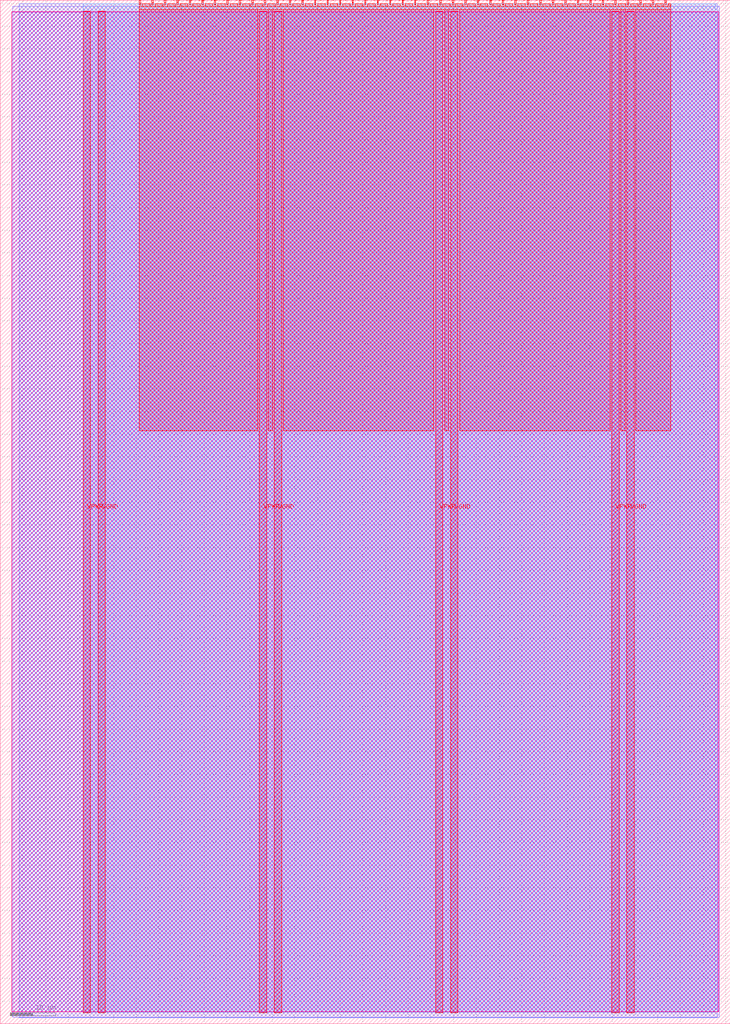
<source format=lef>
VERSION 5.7 ;
  NOWIREEXTENSIONATPIN ON ;
  DIVIDERCHAR "/" ;
  BUSBITCHARS "[]" ;
MACRO tt_um_delaychain
  CLASS BLOCK ;
  FOREIGN tt_um_delaychain ;
  ORIGIN 0.000 0.000 ;
  SIZE 161.000 BY 225.760 ;
  PIN VGND
    DIRECTION INOUT ;
    USE GROUND ;
    PORT
      LAYER met4 ;
        RECT 21.580 2.480 23.180 223.280 ;
    END
    PORT
      LAYER met4 ;
        RECT 60.450 2.480 62.050 223.280 ;
    END
    PORT
      LAYER met4 ;
        RECT 99.320 2.480 100.920 223.280 ;
    END
    PORT
      LAYER met4 ;
        RECT 138.190 2.480 139.790 223.280 ;
    END
  END VGND
  PIN VPWR
    DIRECTION INOUT ;
    USE POWER ;
    PORT
      LAYER met4 ;
        RECT 18.280 2.480 19.880 223.280 ;
    END
    PORT
      LAYER met4 ;
        RECT 57.150 2.480 58.750 223.280 ;
    END
    PORT
      LAYER met4 ;
        RECT 96.020 2.480 97.620 223.280 ;
    END
    PORT
      LAYER met4 ;
        RECT 134.890 2.480 136.490 223.280 ;
    END
  END VPWR
  PIN clk
    DIRECTION INPUT ;
    USE SIGNAL ;
    ANTENNAGATEAREA 0.852000 ;
    PORT
      LAYER met4 ;
        RECT 143.830 224.760 144.130 225.760 ;
    END
  END clk
  PIN ena
    DIRECTION INPUT ;
    USE SIGNAL ;
    PORT
      LAYER met4 ;
        RECT 146.590 224.760 146.890 225.760 ;
    END
  END ena
  PIN rst_n
    DIRECTION INPUT ;
    USE SIGNAL ;
    ANTENNAGATEAREA 0.196500 ;
    PORT
      LAYER met4 ;
        RECT 141.070 224.760 141.370 225.760 ;
    END
  END rst_n
  PIN ui_in[0]
    DIRECTION INPUT ;
    USE SIGNAL ;
    ANTENNAGATEAREA 0.631200 ;
    ANTENNADIFFAREA 0.434700 ;
    PORT
      LAYER met4 ;
        RECT 138.310 224.760 138.610 225.760 ;
    END
  END ui_in[0]
  PIN ui_in[1]
    DIRECTION INPUT ;
    USE SIGNAL ;
    ANTENNAGATEAREA 0.631200 ;
    ANTENNADIFFAREA 0.434700 ;
    PORT
      LAYER met4 ;
        RECT 135.550 224.760 135.850 225.760 ;
    END
  END ui_in[1]
  PIN ui_in[2]
    DIRECTION INPUT ;
    USE SIGNAL ;
    ANTENNAGATEAREA 0.631200 ;
    ANTENNADIFFAREA 0.434700 ;
    PORT
      LAYER met4 ;
        RECT 132.790 224.760 133.090 225.760 ;
    END
  END ui_in[2]
  PIN ui_in[3]
    DIRECTION INPUT ;
    USE SIGNAL ;
    ANTENNAGATEAREA 0.196500 ;
    PORT
      LAYER met4 ;
        RECT 130.030 224.760 130.330 225.760 ;
    END
  END ui_in[3]
  PIN ui_in[4]
    DIRECTION INPUT ;
    USE SIGNAL ;
    ANTENNAGATEAREA 0.196500 ;
    PORT
      LAYER met4 ;
        RECT 127.270 224.760 127.570 225.760 ;
    END
  END ui_in[4]
  PIN ui_in[5]
    DIRECTION INPUT ;
    USE SIGNAL ;
    ANTENNAGATEAREA 0.196500 ;
    PORT
      LAYER met4 ;
        RECT 124.510 224.760 124.810 225.760 ;
    END
  END ui_in[5]
  PIN ui_in[6]
    DIRECTION INPUT ;
    USE SIGNAL ;
    ANTENNAGATEAREA 0.196500 ;
    PORT
      LAYER met4 ;
        RECT 121.750 224.760 122.050 225.760 ;
    END
  END ui_in[6]
  PIN ui_in[7]
    DIRECTION INPUT ;
    USE SIGNAL ;
    ANTENNAGATEAREA 0.196500 ;
    PORT
      LAYER met4 ;
        RECT 118.990 224.760 119.290 225.760 ;
    END
  END ui_in[7]
  PIN uio_in[0]
    DIRECTION INPUT ;
    USE SIGNAL ;
    ANTENNAGATEAREA 0.196500 ;
    PORT
      LAYER met4 ;
        RECT 116.230 224.760 116.530 225.760 ;
    END
  END uio_in[0]
  PIN uio_in[1]
    DIRECTION INPUT ;
    USE SIGNAL ;
    PORT
      LAYER met4 ;
        RECT 113.470 224.760 113.770 225.760 ;
    END
  END uio_in[1]
  PIN uio_in[2]
    DIRECTION INPUT ;
    USE SIGNAL ;
    PORT
      LAYER met4 ;
        RECT 110.710 224.760 111.010 225.760 ;
    END
  END uio_in[2]
  PIN uio_in[3]
    DIRECTION INPUT ;
    USE SIGNAL ;
    PORT
      LAYER met4 ;
        RECT 107.950 224.760 108.250 225.760 ;
    END
  END uio_in[3]
  PIN uio_in[4]
    DIRECTION INPUT ;
    USE SIGNAL ;
    PORT
      LAYER met4 ;
        RECT 105.190 224.760 105.490 225.760 ;
    END
  END uio_in[4]
  PIN uio_in[5]
    DIRECTION INPUT ;
    USE SIGNAL ;
    PORT
      LAYER met4 ;
        RECT 102.430 224.760 102.730 225.760 ;
    END
  END uio_in[5]
  PIN uio_in[6]
    DIRECTION INPUT ;
    USE SIGNAL ;
    PORT
      LAYER met4 ;
        RECT 99.670 224.760 99.970 225.760 ;
    END
  END uio_in[6]
  PIN uio_in[7]
    DIRECTION INPUT ;
    USE SIGNAL ;
    PORT
      LAYER met4 ;
        RECT 96.910 224.760 97.210 225.760 ;
    END
  END uio_in[7]
  PIN uio_oe[0]
    DIRECTION OUTPUT ;
    USE SIGNAL ;
    PORT
      LAYER met4 ;
        RECT 49.990 224.760 50.290 225.760 ;
    END
  END uio_oe[0]
  PIN uio_oe[1]
    DIRECTION OUTPUT ;
    USE SIGNAL ;
    PORT
      LAYER met4 ;
        RECT 47.230 224.760 47.530 225.760 ;
    END
  END uio_oe[1]
  PIN uio_oe[2]
    DIRECTION OUTPUT ;
    USE SIGNAL ;
    PORT
      LAYER met4 ;
        RECT 44.470 224.760 44.770 225.760 ;
    END
  END uio_oe[2]
  PIN uio_oe[3]
    DIRECTION OUTPUT ;
    USE SIGNAL ;
    PORT
      LAYER met4 ;
        RECT 41.710 224.760 42.010 225.760 ;
    END
  END uio_oe[3]
  PIN uio_oe[4]
    DIRECTION OUTPUT ;
    USE SIGNAL ;
    PORT
      LAYER met4 ;
        RECT 38.950 224.760 39.250 225.760 ;
    END
  END uio_oe[4]
  PIN uio_oe[5]
    DIRECTION OUTPUT ;
    USE SIGNAL ;
    PORT
      LAYER met4 ;
        RECT 36.190 224.760 36.490 225.760 ;
    END
  END uio_oe[5]
  PIN uio_oe[6]
    DIRECTION OUTPUT ;
    USE SIGNAL ;
    PORT
      LAYER met4 ;
        RECT 33.430 224.760 33.730 225.760 ;
    END
  END uio_oe[6]
  PIN uio_oe[7]
    DIRECTION OUTPUT ;
    USE SIGNAL ;
    PORT
      LAYER met4 ;
        RECT 30.670 224.760 30.970 225.760 ;
    END
  END uio_oe[7]
  PIN uio_out[0]
    DIRECTION OUTPUT ;
    USE SIGNAL ;
    PORT
      LAYER met4 ;
        RECT 72.070 224.760 72.370 225.760 ;
    END
  END uio_out[0]
  PIN uio_out[1]
    DIRECTION OUTPUT ;
    USE SIGNAL ;
    PORT
      LAYER met4 ;
        RECT 69.310 224.760 69.610 225.760 ;
    END
  END uio_out[1]
  PIN uio_out[2]
    DIRECTION OUTPUT ;
    USE SIGNAL ;
    PORT
      LAYER met4 ;
        RECT 66.550 224.760 66.850 225.760 ;
    END
  END uio_out[2]
  PIN uio_out[3]
    DIRECTION OUTPUT ;
    USE SIGNAL ;
    PORT
      LAYER met4 ;
        RECT 63.790 224.760 64.090 225.760 ;
    END
  END uio_out[3]
  PIN uio_out[4]
    DIRECTION OUTPUT ;
    USE SIGNAL ;
    PORT
      LAYER met4 ;
        RECT 61.030 224.760 61.330 225.760 ;
    END
  END uio_out[4]
  PIN uio_out[5]
    DIRECTION OUTPUT ;
    USE SIGNAL ;
    PORT
      LAYER met4 ;
        RECT 58.270 224.760 58.570 225.760 ;
    END
  END uio_out[5]
  PIN uio_out[6]
    DIRECTION OUTPUT ;
    USE SIGNAL ;
    PORT
      LAYER met4 ;
        RECT 55.510 224.760 55.810 225.760 ;
    END
  END uio_out[6]
  PIN uio_out[7]
    DIRECTION OUTPUT ;
    USE SIGNAL ;
    PORT
      LAYER met4 ;
        RECT 52.750 224.760 53.050 225.760 ;
    END
  END uio_out[7]
  PIN uo_out[0]
    DIRECTION OUTPUT ;
    USE SIGNAL ;
    ANTENNADIFFAREA 0.445500 ;
    PORT
      LAYER met4 ;
        RECT 94.150 224.760 94.450 225.760 ;
    END
  END uo_out[0]
  PIN uo_out[1]
    DIRECTION OUTPUT ;
    USE SIGNAL ;
    ANTENNADIFFAREA 0.445500 ;
    PORT
      LAYER met4 ;
        RECT 91.390 224.760 91.690 225.760 ;
    END
  END uo_out[1]
  PIN uo_out[2]
    DIRECTION OUTPUT ;
    USE SIGNAL ;
    ANTENNADIFFAREA 0.795200 ;
    PORT
      LAYER met4 ;
        RECT 88.630 224.760 88.930 225.760 ;
    END
  END uo_out[2]
  PIN uo_out[3]
    DIRECTION OUTPUT ;
    USE SIGNAL ;
    ANTENNADIFFAREA 0.795200 ;
    PORT
      LAYER met4 ;
        RECT 85.870 224.760 86.170 225.760 ;
    END
  END uo_out[3]
  PIN uo_out[4]
    DIRECTION OUTPUT ;
    USE SIGNAL ;
    ANTENNADIFFAREA 0.445500 ;
    PORT
      LAYER met4 ;
        RECT 83.110 224.760 83.410 225.760 ;
    END
  END uo_out[4]
  PIN uo_out[5]
    DIRECTION OUTPUT ;
    USE SIGNAL ;
    ANTENNADIFFAREA 0.445500 ;
    PORT
      LAYER met4 ;
        RECT 80.350 224.760 80.650 225.760 ;
    END
  END uo_out[5]
  PIN uo_out[6]
    DIRECTION OUTPUT ;
    USE SIGNAL ;
    ANTENNADIFFAREA 0.445500 ;
    PORT
      LAYER met4 ;
        RECT 77.590 224.760 77.890 225.760 ;
    END
  END uo_out[6]
  PIN uo_out[7]
    DIRECTION OUTPUT ;
    USE SIGNAL ;
    ANTENNADIFFAREA 0.445500 ;
    PORT
      LAYER met4 ;
        RECT 74.830 224.760 75.130 225.760 ;
    END
  END uo_out[7]
  OBS
      LAYER nwell ;
        RECT 2.570 2.635 158.430 223.230 ;
      LAYER li1 ;
        RECT 2.760 2.635 158.240 223.125 ;
      LAYER met1 ;
        RECT 2.760 1.400 158.540 224.360 ;
      LAYER met2 ;
        RECT 4.240 1.370 158.140 224.925 ;
      LAYER met3 ;
        RECT 18.290 2.555 157.715 224.905 ;
      LAYER met4 ;
        RECT 31.370 224.360 33.030 224.905 ;
        RECT 34.130 224.360 35.790 224.905 ;
        RECT 36.890 224.360 38.550 224.905 ;
        RECT 39.650 224.360 41.310 224.905 ;
        RECT 42.410 224.360 44.070 224.905 ;
        RECT 45.170 224.360 46.830 224.905 ;
        RECT 47.930 224.360 49.590 224.905 ;
        RECT 50.690 224.360 52.350 224.905 ;
        RECT 53.450 224.360 55.110 224.905 ;
        RECT 56.210 224.360 57.870 224.905 ;
        RECT 58.970 224.360 60.630 224.905 ;
        RECT 61.730 224.360 63.390 224.905 ;
        RECT 64.490 224.360 66.150 224.905 ;
        RECT 67.250 224.360 68.910 224.905 ;
        RECT 70.010 224.360 71.670 224.905 ;
        RECT 72.770 224.360 74.430 224.905 ;
        RECT 75.530 224.360 77.190 224.905 ;
        RECT 78.290 224.360 79.950 224.905 ;
        RECT 81.050 224.360 82.710 224.905 ;
        RECT 83.810 224.360 85.470 224.905 ;
        RECT 86.570 224.360 88.230 224.905 ;
        RECT 89.330 224.360 90.990 224.905 ;
        RECT 92.090 224.360 93.750 224.905 ;
        RECT 94.850 224.360 96.510 224.905 ;
        RECT 97.610 224.360 99.270 224.905 ;
        RECT 100.370 224.360 102.030 224.905 ;
        RECT 103.130 224.360 104.790 224.905 ;
        RECT 105.890 224.360 107.550 224.905 ;
        RECT 108.650 224.360 110.310 224.905 ;
        RECT 111.410 224.360 113.070 224.905 ;
        RECT 114.170 224.360 115.830 224.905 ;
        RECT 116.930 224.360 118.590 224.905 ;
        RECT 119.690 224.360 121.350 224.905 ;
        RECT 122.450 224.360 124.110 224.905 ;
        RECT 125.210 224.360 126.870 224.905 ;
        RECT 127.970 224.360 129.630 224.905 ;
        RECT 130.730 224.360 132.390 224.905 ;
        RECT 133.490 224.360 135.150 224.905 ;
        RECT 136.250 224.360 137.910 224.905 ;
        RECT 139.010 224.360 140.670 224.905 ;
        RECT 141.770 224.360 143.430 224.905 ;
        RECT 144.530 224.360 146.190 224.905 ;
        RECT 147.290 224.360 147.825 224.905 ;
        RECT 30.655 223.680 147.825 224.360 ;
        RECT 30.655 130.735 56.750 223.680 ;
        RECT 59.150 130.735 60.050 223.680 ;
        RECT 62.450 130.735 95.620 223.680 ;
        RECT 98.020 130.735 98.920 223.680 ;
        RECT 101.320 130.735 134.490 223.680 ;
        RECT 136.890 130.735 137.790 223.680 ;
        RECT 140.190 130.735 147.825 223.680 ;
  END
END tt_um_delaychain
END LIBRARY


</source>
